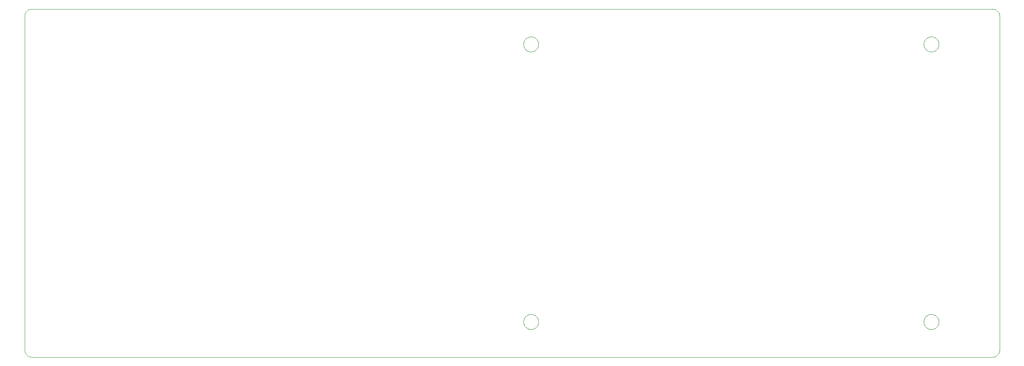
<source format=gko>
G75*
G70*
%OFA0B0*%
%FSLAX24Y24*%
%IPPOS*%
%LPD*%
%AMOC8*
5,1,8,0,0,1.08239X$1,22.5*
%
%ADD10C,0.0039*%
%ADD11C,0.0000*%
D10*
X004299Y003078D02*
X084614Y003078D01*
X084660Y003080D01*
X084706Y003085D01*
X084752Y003094D01*
X084797Y003107D01*
X084840Y003123D01*
X084882Y003142D01*
X084923Y003165D01*
X084961Y003191D01*
X084998Y003220D01*
X085032Y003251D01*
X085063Y003285D01*
X085092Y003322D01*
X085118Y003360D01*
X085141Y003401D01*
X085160Y003443D01*
X085176Y003486D01*
X085189Y003531D01*
X085198Y003577D01*
X085203Y003623D01*
X085205Y003669D01*
X085205Y031622D01*
X085203Y031668D01*
X085198Y031714D01*
X085189Y031760D01*
X085176Y031805D01*
X085160Y031848D01*
X085141Y031890D01*
X085118Y031931D01*
X085092Y031969D01*
X085063Y032006D01*
X085032Y032040D01*
X084998Y032071D01*
X084961Y032100D01*
X084923Y032126D01*
X084882Y032149D01*
X084840Y032168D01*
X084797Y032184D01*
X084752Y032197D01*
X084706Y032206D01*
X084660Y032211D01*
X084614Y032213D01*
X084614Y032212D02*
X004299Y032212D01*
X004299Y032213D02*
X004253Y032211D01*
X004207Y032206D01*
X004161Y032197D01*
X004116Y032184D01*
X004073Y032168D01*
X004031Y032149D01*
X003990Y032126D01*
X003952Y032100D01*
X003915Y032071D01*
X003881Y032040D01*
X003850Y032006D01*
X003821Y031969D01*
X003795Y031931D01*
X003772Y031890D01*
X003753Y031848D01*
X003737Y031805D01*
X003724Y031760D01*
X003715Y031714D01*
X003710Y031668D01*
X003708Y031622D01*
X003709Y031622D02*
X003709Y003669D01*
X003708Y003669D02*
X003710Y003623D01*
X003715Y003577D01*
X003724Y003531D01*
X003737Y003486D01*
X003753Y003443D01*
X003772Y003401D01*
X003795Y003360D01*
X003821Y003322D01*
X003850Y003285D01*
X003881Y003251D01*
X003915Y003220D01*
X003952Y003191D01*
X003990Y003165D01*
X004031Y003142D01*
X004073Y003123D01*
X004116Y003107D01*
X004161Y003094D01*
X004207Y003085D01*
X004253Y003080D01*
X004299Y003078D01*
D11*
X045402Y006031D02*
X045404Y006081D01*
X045410Y006131D01*
X045420Y006180D01*
X045434Y006228D01*
X045451Y006275D01*
X045472Y006320D01*
X045497Y006364D01*
X045525Y006405D01*
X045557Y006444D01*
X045591Y006481D01*
X045628Y006515D01*
X045668Y006545D01*
X045710Y006572D01*
X045754Y006596D01*
X045800Y006617D01*
X045847Y006633D01*
X045895Y006646D01*
X045945Y006655D01*
X045994Y006660D01*
X046045Y006661D01*
X046095Y006658D01*
X046144Y006651D01*
X046193Y006640D01*
X046241Y006625D01*
X046287Y006607D01*
X046332Y006585D01*
X046375Y006559D01*
X046416Y006530D01*
X046455Y006498D01*
X046491Y006463D01*
X046523Y006425D01*
X046553Y006385D01*
X046580Y006342D01*
X046603Y006298D01*
X046622Y006252D01*
X046638Y006204D01*
X046650Y006155D01*
X046658Y006106D01*
X046662Y006056D01*
X046662Y006006D01*
X046658Y005956D01*
X046650Y005907D01*
X046638Y005858D01*
X046622Y005810D01*
X046603Y005764D01*
X046580Y005720D01*
X046553Y005677D01*
X046523Y005637D01*
X046491Y005599D01*
X046455Y005564D01*
X046416Y005532D01*
X046375Y005503D01*
X046332Y005477D01*
X046287Y005455D01*
X046241Y005437D01*
X046193Y005422D01*
X046144Y005411D01*
X046095Y005404D01*
X046045Y005401D01*
X045994Y005402D01*
X045945Y005407D01*
X045895Y005416D01*
X045847Y005429D01*
X045800Y005445D01*
X045754Y005466D01*
X045710Y005490D01*
X045668Y005517D01*
X045628Y005547D01*
X045591Y005581D01*
X045557Y005618D01*
X045525Y005657D01*
X045497Y005698D01*
X045472Y005742D01*
X045451Y005787D01*
X045434Y005834D01*
X045420Y005882D01*
X045410Y005931D01*
X045404Y005981D01*
X045402Y006031D01*
X078866Y006031D02*
X078868Y006081D01*
X078874Y006131D01*
X078884Y006180D01*
X078898Y006228D01*
X078915Y006275D01*
X078936Y006320D01*
X078961Y006364D01*
X078989Y006405D01*
X079021Y006444D01*
X079055Y006481D01*
X079092Y006515D01*
X079132Y006545D01*
X079174Y006572D01*
X079218Y006596D01*
X079264Y006617D01*
X079311Y006633D01*
X079359Y006646D01*
X079409Y006655D01*
X079458Y006660D01*
X079509Y006661D01*
X079559Y006658D01*
X079608Y006651D01*
X079657Y006640D01*
X079705Y006625D01*
X079751Y006607D01*
X079796Y006585D01*
X079839Y006559D01*
X079880Y006530D01*
X079919Y006498D01*
X079955Y006463D01*
X079987Y006425D01*
X080017Y006385D01*
X080044Y006342D01*
X080067Y006298D01*
X080086Y006252D01*
X080102Y006204D01*
X080114Y006155D01*
X080122Y006106D01*
X080126Y006056D01*
X080126Y006006D01*
X080122Y005956D01*
X080114Y005907D01*
X080102Y005858D01*
X080086Y005810D01*
X080067Y005764D01*
X080044Y005720D01*
X080017Y005677D01*
X079987Y005637D01*
X079955Y005599D01*
X079919Y005564D01*
X079880Y005532D01*
X079839Y005503D01*
X079796Y005477D01*
X079751Y005455D01*
X079705Y005437D01*
X079657Y005422D01*
X079608Y005411D01*
X079559Y005404D01*
X079509Y005401D01*
X079458Y005402D01*
X079409Y005407D01*
X079359Y005416D01*
X079311Y005429D01*
X079264Y005445D01*
X079218Y005466D01*
X079174Y005490D01*
X079132Y005517D01*
X079092Y005547D01*
X079055Y005581D01*
X079021Y005618D01*
X078989Y005657D01*
X078961Y005698D01*
X078936Y005742D01*
X078915Y005787D01*
X078898Y005834D01*
X078884Y005882D01*
X078874Y005931D01*
X078868Y005981D01*
X078866Y006031D01*
X078866Y029259D02*
X078868Y029309D01*
X078874Y029359D01*
X078884Y029408D01*
X078898Y029456D01*
X078915Y029503D01*
X078936Y029548D01*
X078961Y029592D01*
X078989Y029633D01*
X079021Y029672D01*
X079055Y029709D01*
X079092Y029743D01*
X079132Y029773D01*
X079174Y029800D01*
X079218Y029824D01*
X079264Y029845D01*
X079311Y029861D01*
X079359Y029874D01*
X079409Y029883D01*
X079458Y029888D01*
X079509Y029889D01*
X079559Y029886D01*
X079608Y029879D01*
X079657Y029868D01*
X079705Y029853D01*
X079751Y029835D01*
X079796Y029813D01*
X079839Y029787D01*
X079880Y029758D01*
X079919Y029726D01*
X079955Y029691D01*
X079987Y029653D01*
X080017Y029613D01*
X080044Y029570D01*
X080067Y029526D01*
X080086Y029480D01*
X080102Y029432D01*
X080114Y029383D01*
X080122Y029334D01*
X080126Y029284D01*
X080126Y029234D01*
X080122Y029184D01*
X080114Y029135D01*
X080102Y029086D01*
X080086Y029038D01*
X080067Y028992D01*
X080044Y028948D01*
X080017Y028905D01*
X079987Y028865D01*
X079955Y028827D01*
X079919Y028792D01*
X079880Y028760D01*
X079839Y028731D01*
X079796Y028705D01*
X079751Y028683D01*
X079705Y028665D01*
X079657Y028650D01*
X079608Y028639D01*
X079559Y028632D01*
X079509Y028629D01*
X079458Y028630D01*
X079409Y028635D01*
X079359Y028644D01*
X079311Y028657D01*
X079264Y028673D01*
X079218Y028694D01*
X079174Y028718D01*
X079132Y028745D01*
X079092Y028775D01*
X079055Y028809D01*
X079021Y028846D01*
X078989Y028885D01*
X078961Y028926D01*
X078936Y028970D01*
X078915Y029015D01*
X078898Y029062D01*
X078884Y029110D01*
X078874Y029159D01*
X078868Y029209D01*
X078866Y029259D01*
X045402Y029259D02*
X045404Y029309D01*
X045410Y029359D01*
X045420Y029408D01*
X045434Y029456D01*
X045451Y029503D01*
X045472Y029548D01*
X045497Y029592D01*
X045525Y029633D01*
X045557Y029672D01*
X045591Y029709D01*
X045628Y029743D01*
X045668Y029773D01*
X045710Y029800D01*
X045754Y029824D01*
X045800Y029845D01*
X045847Y029861D01*
X045895Y029874D01*
X045945Y029883D01*
X045994Y029888D01*
X046045Y029889D01*
X046095Y029886D01*
X046144Y029879D01*
X046193Y029868D01*
X046241Y029853D01*
X046287Y029835D01*
X046332Y029813D01*
X046375Y029787D01*
X046416Y029758D01*
X046455Y029726D01*
X046491Y029691D01*
X046523Y029653D01*
X046553Y029613D01*
X046580Y029570D01*
X046603Y029526D01*
X046622Y029480D01*
X046638Y029432D01*
X046650Y029383D01*
X046658Y029334D01*
X046662Y029284D01*
X046662Y029234D01*
X046658Y029184D01*
X046650Y029135D01*
X046638Y029086D01*
X046622Y029038D01*
X046603Y028992D01*
X046580Y028948D01*
X046553Y028905D01*
X046523Y028865D01*
X046491Y028827D01*
X046455Y028792D01*
X046416Y028760D01*
X046375Y028731D01*
X046332Y028705D01*
X046287Y028683D01*
X046241Y028665D01*
X046193Y028650D01*
X046144Y028639D01*
X046095Y028632D01*
X046045Y028629D01*
X045994Y028630D01*
X045945Y028635D01*
X045895Y028644D01*
X045847Y028657D01*
X045800Y028673D01*
X045754Y028694D01*
X045710Y028718D01*
X045668Y028745D01*
X045628Y028775D01*
X045591Y028809D01*
X045557Y028846D01*
X045525Y028885D01*
X045497Y028926D01*
X045472Y028970D01*
X045451Y029015D01*
X045434Y029062D01*
X045420Y029110D01*
X045410Y029159D01*
X045404Y029209D01*
X045402Y029259D01*
M02*

</source>
